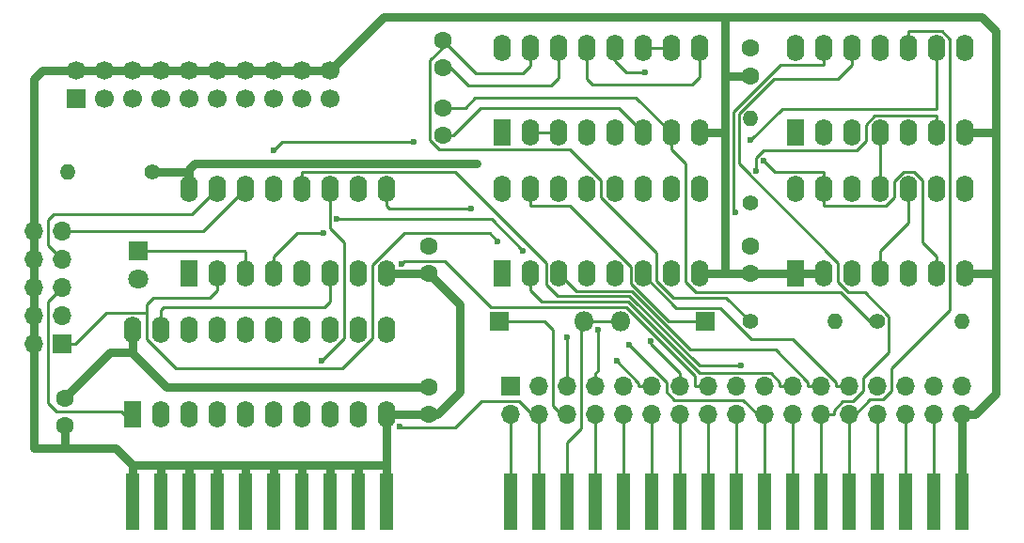
<source format=gbl>
G04 #@! TF.FileFunction,Copper,L2,Bot,Signal*
%FSLAX46Y46*%
G04 Gerber Fmt 4.6, Leading zero omitted, Abs format (unit mm)*
G04 Created by KiCad (PCBNEW 4.0.7) date Mon Dec  3 14:16:20 2018*
%MOMM*%
%LPD*%
G01*
G04 APERTURE LIST*
%ADD10C,0.100000*%
%ADD11R,1.700000X1.700000*%
%ADD12O,1.700000X1.700000*%
%ADD13R,1.270000X5.080000*%
%ADD14C,1.600000*%
%ADD15R,1.800000X1.800000*%
%ADD16O,1.800000X1.800000*%
%ADD17C,1.700000*%
%ADD18C,1.400000*%
%ADD19O,1.400000X1.400000*%
%ADD20R,1.600000X2.400000*%
%ADD21O,1.600000X2.400000*%
%ADD22C,1.800000*%
%ADD23C,0.600000*%
%ADD24C,0.250000*%
%ADD25C,0.750000*%
G04 APERTURE END LIST*
D10*
D11*
X30480000Y-55626000D03*
D12*
X27940000Y-55626000D03*
X30480000Y-53086000D03*
X27940000Y-53086000D03*
X30480000Y-50546000D03*
X27940000Y-50546000D03*
X30480000Y-48006000D03*
X27940000Y-48006000D03*
X30480000Y-45466000D03*
X27940000Y-45466000D03*
D11*
X70866005Y-59435989D03*
D12*
X70866005Y-61975989D03*
X73406005Y-59435989D03*
X73406005Y-61975989D03*
X75946005Y-59435989D03*
X75946005Y-61975989D03*
X78486005Y-59435989D03*
X78486005Y-61975989D03*
X81026005Y-59435989D03*
X81026005Y-61975989D03*
X83566005Y-59435989D03*
X83566005Y-61975989D03*
X86106005Y-59435989D03*
X86106005Y-61975989D03*
X88646005Y-59435989D03*
X88646005Y-61975989D03*
X91186005Y-59435989D03*
X91186005Y-61975989D03*
X93726005Y-59435989D03*
X93726005Y-61975989D03*
X96266005Y-59435989D03*
X96266005Y-61975989D03*
X98806005Y-59435989D03*
X98806005Y-61975989D03*
X101346005Y-59435989D03*
X101346005Y-61975989D03*
X103886005Y-59435989D03*
X103886005Y-61975989D03*
X106426005Y-59435989D03*
X106426005Y-61975989D03*
X108966005Y-59435989D03*
X108966005Y-61975989D03*
X111506005Y-59435989D03*
X111506005Y-61975989D03*
D13*
X70866000Y-69850000D03*
X73406000Y-69850000D03*
X75946000Y-69850000D03*
X78486000Y-69850000D03*
X81026000Y-69850000D03*
X83566000Y-69850000D03*
X86106000Y-69850000D03*
X88646000Y-69850000D03*
X91186000Y-69850000D03*
X93726000Y-69850000D03*
X96266000Y-69850000D03*
X98806000Y-69850000D03*
X101346000Y-69850000D03*
X103886000Y-69850000D03*
X106426000Y-69850000D03*
X108966000Y-69850000D03*
X111506000Y-69850000D03*
X36830000Y-69850000D03*
X39370000Y-69850000D03*
X41910000Y-69850000D03*
X44450000Y-69850000D03*
X46990000Y-69850000D03*
X49530000Y-69850000D03*
X52070000Y-69850000D03*
X54610000Y-69850000D03*
X57150000Y-69850000D03*
X59690000Y-69850000D03*
D14*
X64770000Y-30734000D03*
X64770000Y-28234000D03*
X64770000Y-36830000D03*
X64770000Y-34330000D03*
X30734000Y-62992000D03*
X30734000Y-60492000D03*
X92456000Y-49276000D03*
X92456000Y-46776000D03*
X92456000Y-31456000D03*
X92456000Y-28956000D03*
X63500000Y-61976000D03*
X63500000Y-59476000D03*
X63500000Y-49276000D03*
X63500000Y-46776000D03*
D15*
X88392000Y-53594000D03*
D16*
X80772000Y-53594000D03*
D15*
X69850000Y-53594000D03*
D16*
X77470000Y-53594000D03*
D11*
X31750000Y-33528000D03*
D17*
X31750000Y-30988000D03*
X34290000Y-33528000D03*
X34290000Y-30988000D03*
X36830000Y-33528000D03*
X36830000Y-30988000D03*
X39370000Y-33528000D03*
X39370000Y-30988000D03*
X41910000Y-33528000D03*
X41910000Y-30988000D03*
X44450000Y-33528000D03*
X44450000Y-30988000D03*
X46990000Y-33528000D03*
X46990000Y-30988000D03*
X49530000Y-33528000D03*
X49530000Y-30988000D03*
X52070000Y-33528000D03*
X52070000Y-30988000D03*
X54610000Y-33528000D03*
X54610000Y-30988000D03*
D18*
X92456000Y-53594000D03*
D19*
X100076000Y-53594000D03*
D18*
X103886000Y-53594000D03*
D19*
X111506000Y-53594000D03*
D18*
X92456000Y-42926000D03*
D19*
X92456000Y-35306000D03*
D18*
X38608000Y-40132000D03*
D19*
X30988000Y-40132000D03*
D20*
X70104000Y-49276000D03*
D21*
X87884000Y-41656000D03*
X72644000Y-49276000D03*
X85344000Y-41656000D03*
X75184000Y-49276000D03*
X82804000Y-41656000D03*
X77724000Y-49276000D03*
X80264000Y-41656000D03*
X80264000Y-49276000D03*
X77724000Y-41656000D03*
X82804000Y-49276000D03*
X75184000Y-41656000D03*
X85344000Y-49276000D03*
X72644000Y-41656000D03*
X87884000Y-49276000D03*
X70104000Y-41656000D03*
D20*
X96520000Y-49276000D03*
D21*
X111760000Y-41656000D03*
X99060000Y-49276000D03*
X109220000Y-41656000D03*
X101600000Y-49276000D03*
X106680000Y-41656000D03*
X104140000Y-49276000D03*
X104140000Y-41656000D03*
X106680000Y-49276000D03*
X101600000Y-41656000D03*
X109220000Y-49276000D03*
X99060000Y-41656000D03*
X111760000Y-49276000D03*
X96520000Y-41656000D03*
D20*
X70104000Y-36576000D03*
D21*
X87884000Y-28956000D03*
X72644000Y-36576000D03*
X85344000Y-28956000D03*
X75184000Y-36576000D03*
X82804000Y-28956000D03*
X77724000Y-36576000D03*
X80264000Y-28956000D03*
X80264000Y-36576000D03*
X77724000Y-28956000D03*
X82804000Y-36576000D03*
X75184000Y-28956000D03*
X85344000Y-36576000D03*
X72644000Y-28956000D03*
X87884000Y-36576000D03*
X70104000Y-28956000D03*
D20*
X96520000Y-36576000D03*
D21*
X111760000Y-28956000D03*
X99060000Y-36576000D03*
X109220000Y-28956000D03*
X101600000Y-36576000D03*
X106680000Y-28956000D03*
X104140000Y-36576000D03*
X104140000Y-28956000D03*
X106680000Y-36576000D03*
X101600000Y-28956000D03*
X109220000Y-36576000D03*
X99060000Y-28956000D03*
X111760000Y-36576000D03*
X96520000Y-28956000D03*
D20*
X41910000Y-49276000D03*
D21*
X59690000Y-41656000D03*
X44450000Y-49276000D03*
X57150000Y-41656000D03*
X46990000Y-49276000D03*
X54610000Y-41656000D03*
X49530000Y-49276000D03*
X52070000Y-41656000D03*
X52070000Y-49276000D03*
X49530000Y-41656000D03*
X54610000Y-49276000D03*
X46990000Y-41656000D03*
X57150000Y-49276000D03*
X44450000Y-41656000D03*
X59690000Y-49276000D03*
X41910000Y-41656000D03*
D20*
X36830000Y-61976000D03*
D21*
X59690000Y-54356000D03*
X39370000Y-61976000D03*
X57150000Y-54356000D03*
X41910000Y-61976000D03*
X54610000Y-54356000D03*
X44450000Y-61976000D03*
X52070000Y-54356000D03*
X46990000Y-61976000D03*
X49530000Y-54356000D03*
X49530000Y-61976000D03*
X46990000Y-54356000D03*
X52070000Y-61976000D03*
X44450000Y-54356000D03*
X54610000Y-61976000D03*
X41910000Y-54356000D03*
X57150000Y-61976000D03*
X39370000Y-54356000D03*
X59690000Y-61976000D03*
X36830000Y-54356000D03*
D15*
X37338000Y-47244000D03*
D22*
X37338000Y-49784000D03*
D23*
X67818000Y-39370000D03*
X91076200Y-43772900D03*
X69698600Y-46338500D03*
X53848000Y-57150000D03*
X60884100Y-63037300D03*
X75935300Y-54986000D03*
X78715800Y-54357100D03*
X49530000Y-38163500D03*
X80420400Y-57159200D03*
X62172400Y-37401200D03*
X83465900Y-55378200D03*
X71978000Y-47218700D03*
X55245000Y-44384900D03*
X54006700Y-45605600D03*
X61043500Y-48382200D03*
X91584500Y-57594800D03*
X81560100Y-55726900D03*
X93611800Y-39108200D03*
X92456000Y-37274500D03*
X82994500Y-31178500D03*
X92986400Y-40034100D03*
X67314800Y-43424100D03*
D24*
X75184000Y-31623000D02*
X75184000Y-28956000D01*
X74517200Y-32289800D02*
X75184000Y-31623000D01*
X67024200Y-32289800D02*
X74517200Y-32289800D01*
X65468500Y-30734000D02*
X67024200Y-32289800D01*
X64770000Y-30734000D02*
X65468500Y-30734000D01*
X64770000Y-28257500D02*
X65070900Y-28558400D01*
X64770000Y-28234000D02*
X64770000Y-28257500D01*
X72644000Y-30543500D02*
X72644000Y-28956000D01*
X71945500Y-31242000D02*
X72644000Y-30543500D01*
X67754500Y-31242000D02*
X71945500Y-31242000D01*
X65070900Y-28558400D02*
X67754500Y-31242000D01*
X63595700Y-30033600D02*
X65070900Y-28558400D01*
X63595700Y-37250700D02*
X63595700Y-30033600D01*
X64446400Y-38101400D02*
X63595700Y-37250700D01*
X76200800Y-38101400D02*
X64446400Y-38101400D01*
X78994000Y-40894600D02*
X76200800Y-38101400D01*
X78994000Y-42380500D02*
X78994000Y-40894600D01*
X84004200Y-47390700D02*
X78994000Y-42380500D01*
X84004200Y-49931300D02*
X84004200Y-47390700D01*
X85503300Y-51430400D02*
X84004200Y-49931300D01*
X90292400Y-51430400D02*
X85503300Y-51430400D01*
X92456000Y-53594000D02*
X90292400Y-51430400D01*
X80581500Y-34353500D02*
X82804000Y-36576000D01*
X68199000Y-34353500D02*
X80581500Y-34353500D01*
X65722500Y-36830000D02*
X68199000Y-34353500D01*
X64770000Y-36830000D02*
X65722500Y-36830000D01*
X82169000Y-33401000D02*
X85344000Y-36576000D01*
X67691000Y-33401000D02*
X82169000Y-33401000D01*
X66762000Y-34330000D02*
X67691000Y-33401000D01*
X64770000Y-34330000D02*
X66762000Y-34330000D01*
X85344000Y-36576000D02*
X85344000Y-38101300D01*
X103234700Y-53594000D02*
X103886000Y-53594000D01*
X100620800Y-50980100D02*
X103234700Y-53594000D01*
X87578300Y-50980100D02*
X100620800Y-50980100D01*
X86614000Y-50015800D02*
X87578300Y-50980100D01*
X86614000Y-39371300D02*
X86614000Y-50015800D01*
X85344000Y-38101300D02*
X86614000Y-39371300D01*
D25*
X111760000Y-36576000D02*
X114554000Y-36576000D01*
X111760000Y-49276000D02*
X114554000Y-49276000D01*
X66294000Y-52070000D02*
X63500000Y-49276000D01*
X66294000Y-59944000D02*
X66294000Y-52070000D01*
X64262000Y-61976000D02*
X66294000Y-59944000D01*
X63500000Y-61976000D02*
X64262000Y-61976000D01*
X59690000Y-49276000D02*
X63500000Y-49276000D01*
X27940000Y-31750000D02*
X27940000Y-45466000D01*
X28702000Y-30988000D02*
X27940000Y-31750000D01*
X31750000Y-30988000D02*
X28702000Y-30988000D01*
X27940000Y-48006000D02*
X27940000Y-45466000D01*
X27940000Y-50546000D02*
X27940000Y-48006000D01*
X27940000Y-53086000D02*
X27940000Y-50546000D01*
X27940000Y-55626000D02*
X27940000Y-53086000D01*
X27940000Y-65024000D02*
X30734000Y-65024000D01*
X27940000Y-55626000D02*
X27940000Y-65024000D01*
X59690000Y-61976000D02*
X63500000Y-61976000D01*
X59436000Y-26162000D02*
X54610000Y-30988000D01*
X90170000Y-26162000D02*
X59436000Y-26162000D01*
X92416000Y-31496000D02*
X92456000Y-31456000D01*
X90170000Y-31496000D02*
X92416000Y-31496000D01*
X90170000Y-36576000D02*
X87884000Y-36576000D01*
X90170000Y-49276000D02*
X92456000Y-49276000D01*
X87884000Y-49276000D02*
X90170000Y-49276000D01*
X111506000Y-69850000D02*
X111506000Y-61976000D01*
X57150000Y-66548000D02*
X59690000Y-66548000D01*
X57150000Y-66548000D02*
X57150000Y-69850000D01*
X54610000Y-66548000D02*
X57150000Y-66548000D01*
X52070000Y-66548000D02*
X52070000Y-69850000D01*
X49530000Y-66548000D02*
X52070000Y-66548000D01*
X49530000Y-66548000D02*
X49530000Y-69850000D01*
X46978000Y-66548000D02*
X49530000Y-66548000D01*
X44450000Y-66548000D02*
X44450000Y-69850000D01*
X41898000Y-66548000D02*
X44450000Y-66548000D01*
X36830000Y-66560000D02*
X39370000Y-66560000D01*
X39370000Y-69850000D02*
X39370000Y-66560000D01*
X30734000Y-65024000D02*
X30734000Y-62992000D01*
X36830000Y-69850000D02*
X36830000Y-66560000D01*
X35294000Y-65024000D02*
X30734000Y-65024000D01*
X36830000Y-66560000D02*
X35294000Y-65024000D01*
X40537000Y-66548000D02*
X41898000Y-66548000D01*
X40525000Y-66560000D02*
X40537000Y-66548000D01*
X39370000Y-66560000D02*
X40525000Y-66560000D01*
X41910000Y-66560000D02*
X41910000Y-69850000D01*
X41898000Y-66548000D02*
X41910000Y-66560000D01*
X44450000Y-66548000D02*
X46978000Y-66548000D01*
X46990000Y-66560000D02*
X46990000Y-69850000D01*
X46978000Y-66548000D02*
X46990000Y-66560000D01*
X52070000Y-66548000D02*
X54610000Y-66548000D01*
X54610000Y-66548000D02*
X54610000Y-69850000D01*
X59690000Y-61976000D02*
X59690000Y-66548000D01*
X59690000Y-66548000D02*
X59690000Y-69850000D01*
X90170000Y-49276000D02*
X90170000Y-36576000D01*
X90170000Y-36576000D02*
X90170000Y-31496000D01*
X90170000Y-31496000D02*
X90170000Y-26162000D01*
X112708000Y-61976000D02*
X111506000Y-61976000D01*
X114554000Y-60130100D02*
X112708000Y-61976000D01*
X114554000Y-49276000D02*
X114554000Y-60130100D01*
X114554000Y-27432000D02*
X114554000Y-36576000D01*
X113284000Y-26162000D02*
X114554000Y-27432000D01*
X90170000Y-26162000D02*
X113284000Y-26162000D01*
X114554000Y-36576000D02*
X114554000Y-49276000D01*
X54610000Y-30988000D02*
X52070000Y-30988000D01*
X92456000Y-49276000D02*
X96520000Y-49276000D01*
X96520000Y-49276000D02*
X99060000Y-49276000D01*
X52070000Y-30988000D02*
X49530000Y-30988000D01*
X49530000Y-30988000D02*
X46990000Y-30988000D01*
X46990000Y-30988000D02*
X44450000Y-30988000D01*
X44450000Y-30988000D02*
X41910000Y-30988000D01*
X41910000Y-30988000D02*
X39370000Y-30988000D01*
X39370000Y-30988000D02*
X36830000Y-30988000D01*
X36830000Y-30988000D02*
X34290000Y-30988000D01*
X34290000Y-30988000D02*
X31750000Y-30988000D01*
X36830000Y-56388000D02*
X34798000Y-56388000D01*
X34798000Y-56388000D02*
X34734500Y-56451500D01*
X36830000Y-54356000D02*
X36830000Y-56388000D01*
X36830000Y-56388000D02*
X36830000Y-56451500D01*
X43307000Y-59499500D02*
X43307000Y-59476000D01*
X39878000Y-59499500D02*
X43307000Y-59499500D01*
X36830000Y-56451500D02*
X39878000Y-59499500D01*
X41442000Y-59476000D02*
X43307000Y-59476000D01*
X43307000Y-59476000D02*
X63500000Y-59476000D01*
X36830000Y-54356000D02*
X36830000Y-54864000D01*
X30734000Y-60452000D02*
X34734500Y-56451500D01*
X30734000Y-60492000D02*
X30734000Y-60452000D01*
X42418000Y-39370000D02*
X67818000Y-39370000D01*
X41910000Y-39878000D02*
X42418000Y-39370000D01*
X38608000Y-40132000D02*
X41910000Y-40132000D01*
X41910000Y-40132000D02*
X41910000Y-39878000D01*
X41910000Y-41656000D02*
X41910000Y-40132000D01*
X41910000Y-40132000D02*
X41910000Y-39878000D01*
D24*
X72644000Y-41656000D02*
X72644000Y-43181300D01*
X88392000Y-53594000D02*
X87166700Y-53594000D01*
X76232400Y-43181300D02*
X72644000Y-43181300D01*
X81678100Y-48627000D02*
X76232400Y-43181300D01*
X81678100Y-50155100D02*
X81678100Y-48627000D01*
X85117000Y-53594000D02*
X81678100Y-50155100D01*
X87166700Y-53594000D02*
X85117000Y-53594000D01*
X75946000Y-64516000D02*
X75946000Y-69850000D01*
X77216000Y-63246000D02*
X75946000Y-64516000D01*
X77216000Y-53848000D02*
X77216000Y-63246000D01*
X77470000Y-53594000D02*
X77216000Y-53848000D01*
X77470000Y-53594000D02*
X80772000Y-53594000D01*
X73914000Y-53594000D02*
X69850000Y-53594000D01*
X74676000Y-54356000D02*
X73914000Y-53594000D01*
X74676000Y-61214000D02*
X74676000Y-54356000D01*
X75438000Y-61976000D02*
X74676000Y-61214000D01*
X75946000Y-61976000D02*
X75438000Y-61976000D01*
X46990000Y-47307500D02*
X46990000Y-49276000D01*
X46926500Y-47244000D02*
X46990000Y-47307500D01*
X37338000Y-47244000D02*
X46926500Y-47244000D01*
X36449000Y-52825800D02*
X38100000Y-52825800D01*
X38100000Y-52825800D02*
X38100000Y-52832000D01*
X38100000Y-53911500D02*
X38100000Y-52832000D01*
X38100000Y-52832000D02*
X38100000Y-52055300D01*
X38100000Y-52055300D02*
X38100000Y-52070000D01*
X38100000Y-52070000D02*
X38100000Y-52055300D01*
X40640000Y-51441500D02*
X38713800Y-51441500D01*
X44450000Y-49276000D02*
X44450000Y-50801300D01*
X43809800Y-51441500D02*
X44450000Y-50801300D01*
X40640000Y-51441500D02*
X43809800Y-51441500D01*
X38713800Y-51441500D02*
X38100000Y-52055300D01*
X34455500Y-52825800D02*
X31655300Y-55626000D01*
X37329500Y-52825800D02*
X36449000Y-52825800D01*
X36449000Y-52825800D02*
X34455500Y-52825800D01*
X30480000Y-55626000D02*
X31655300Y-55626000D01*
X38100000Y-55143500D02*
X38100000Y-53911500D01*
X38100000Y-53911500D02*
X38100000Y-53596300D01*
X40756300Y-57799800D02*
X38100000Y-55143500D01*
X55710200Y-57799800D02*
X40756300Y-57799800D01*
X58420000Y-55090000D02*
X55710200Y-57799800D01*
X58420000Y-48505900D02*
X58420000Y-55090000D01*
X61293300Y-45632600D02*
X58420000Y-48505900D01*
X68992700Y-45632600D02*
X61293300Y-45632600D01*
X69698600Y-46338500D02*
X68992700Y-45632600D01*
X90958500Y-43655200D02*
X91076200Y-43772900D01*
X90958500Y-34693000D02*
X90958500Y-43655200D01*
X95170200Y-30481300D02*
X90958500Y-34693000D01*
X99060000Y-30481300D02*
X95170200Y-30481300D01*
X99060000Y-28956000D02*
X99060000Y-30481300D01*
X39370000Y-54356000D02*
X39370000Y-52578000D01*
X54610000Y-51816000D02*
X54610000Y-49276000D01*
X54102000Y-52324000D02*
X54610000Y-51816000D01*
X39624000Y-52324000D02*
X54102000Y-52324000D01*
X39370000Y-52578000D02*
X39624000Y-52324000D01*
X55880000Y-55118000D02*
X53848000Y-57150000D01*
X55880000Y-46482000D02*
X55880000Y-55118000D01*
X54610000Y-45212000D02*
X55880000Y-46482000D01*
X54610000Y-41656000D02*
X54610000Y-45212000D01*
X36068000Y-61976000D02*
X36830000Y-61976000D01*
X35814000Y-61722000D02*
X36068000Y-61976000D01*
X29972000Y-61722000D02*
X35814000Y-61722000D01*
X29210000Y-60960000D02*
X29972000Y-61722000D01*
X29210000Y-51816000D02*
X29210000Y-60960000D01*
X30480000Y-50546000D02*
X29210000Y-51816000D01*
X42164000Y-43942000D02*
X44450000Y-41656000D01*
X29718000Y-43942000D02*
X42164000Y-43942000D01*
X29210000Y-44450000D02*
X29718000Y-43942000D01*
X29210000Y-46736000D02*
X29210000Y-44450000D01*
X30480000Y-48006000D02*
X29210000Y-46736000D01*
X43180000Y-45466000D02*
X46990000Y-41656000D01*
X30480000Y-45466000D02*
X43180000Y-45466000D01*
X70866000Y-69850000D02*
X70866000Y-61976000D01*
X60959400Y-63112600D02*
X60884100Y-63037300D01*
X65883300Y-63112600D02*
X60959400Y-63112600D01*
X68210900Y-60785000D02*
X65883300Y-63112600D01*
X71616900Y-60785000D02*
X68210900Y-60785000D01*
X73406000Y-62574100D02*
X71616900Y-60785000D01*
X73406000Y-69850000D02*
X73406000Y-62574100D01*
X73406000Y-62574100D02*
X73406000Y-61976000D01*
X75935300Y-58250000D02*
X75935300Y-54986000D01*
X75946000Y-58260700D02*
X75935300Y-58250000D01*
X75946000Y-59436000D02*
X75946000Y-58260700D01*
X78486000Y-59436000D02*
X78486000Y-58260700D01*
X78715800Y-58030900D02*
X78715800Y-54357100D01*
X78486000Y-58260700D02*
X78715800Y-58030900D01*
X78486000Y-69850000D02*
X78486000Y-61976000D01*
X81026000Y-69850000D02*
X81026000Y-61976000D01*
X50927000Y-37401200D02*
X50292300Y-37401200D01*
X50292300Y-37401200D02*
X49530000Y-38163500D01*
X50927000Y-37401200D02*
X62172400Y-37401200D01*
X83566000Y-59436000D02*
X82390700Y-59436000D01*
X82390700Y-59129500D02*
X80420400Y-57159200D01*
X82390700Y-59436000D02*
X82390700Y-59129500D01*
X83566000Y-69850000D02*
X83566000Y-61976000D01*
X49530000Y-49276000D02*
X49530000Y-47750700D01*
X86106000Y-59436000D02*
X86106000Y-58260700D01*
X69144200Y-44384900D02*
X71978000Y-47218700D01*
X55245000Y-44384900D02*
X69144200Y-44384900D01*
X51675100Y-45605600D02*
X54006700Y-45605600D01*
X49530000Y-47750700D02*
X51675100Y-45605600D01*
X83465900Y-55620600D02*
X83465900Y-55378200D01*
X86106000Y-58260700D02*
X83465900Y-55620600D01*
X86106000Y-69850000D02*
X86106000Y-61976000D01*
X61043500Y-48382200D02*
X61304800Y-48120900D01*
X61304800Y-48120900D02*
X64931800Y-48120900D01*
X64931800Y-48120900D02*
X69099200Y-52288300D01*
X69099200Y-52288300D02*
X81260400Y-52288300D01*
X81260400Y-52288300D02*
X87470700Y-58498600D01*
X87470700Y-58498600D02*
X87470700Y-59436000D01*
X88646000Y-59436000D02*
X87470700Y-59436000D01*
X88646000Y-69850000D02*
X88646000Y-61976000D01*
X52070000Y-41656000D02*
X52070000Y-40130700D01*
X65876600Y-40130700D02*
X52070000Y-40130700D01*
X74058600Y-48312700D02*
X65876600Y-40130700D01*
X74058600Y-50254900D02*
X74058600Y-48312700D01*
X75123300Y-51319600D02*
X74058600Y-50254900D01*
X81568800Y-51319600D02*
X75123300Y-51319600D01*
X87844000Y-57594800D02*
X81568800Y-51319600D01*
X91584500Y-57594800D02*
X87844000Y-57594800D01*
X91186000Y-69850000D02*
X91186000Y-61976000D01*
X93726000Y-69850000D02*
X93726000Y-62574100D01*
X93726000Y-62574100D02*
X93726000Y-61976000D01*
X84930600Y-59097400D02*
X81560100Y-55726900D01*
X84930600Y-59947400D02*
X84930600Y-59097400D01*
X85634300Y-60651100D02*
X84930600Y-59947400D01*
X91803000Y-60651100D02*
X85634300Y-60651100D01*
X93726000Y-62574100D02*
X91803000Y-60651100D01*
X73680600Y-51837900D02*
X72644000Y-50801300D01*
X81450200Y-51837900D02*
X73680600Y-51837900D01*
X87873000Y-58260700D02*
X81450200Y-51837900D01*
X94282800Y-58260700D02*
X87873000Y-58260700D01*
X95090700Y-59068600D02*
X94282800Y-58260700D01*
X95090700Y-59436000D02*
X95090700Y-59068600D01*
X96266000Y-59436000D02*
X95090700Y-59436000D01*
X72644000Y-49276000D02*
X72644000Y-50801300D01*
X96266000Y-69850000D02*
X96266000Y-61976000D01*
X76777200Y-50869200D02*
X75184000Y-49276000D01*
X81755300Y-50869200D02*
X76777200Y-50869200D01*
X87027300Y-56141200D02*
X81755300Y-50869200D01*
X94703200Y-56141200D02*
X87027300Y-56141200D01*
X97630700Y-59068700D02*
X94703200Y-56141200D01*
X97630700Y-59436000D02*
X97630700Y-59068700D01*
X98806000Y-59436000D02*
X97630700Y-59436000D01*
X98806000Y-69850000D02*
X98806000Y-61976000D01*
X98806000Y-61976000D02*
X99981300Y-61976000D01*
X101600000Y-28956000D02*
X101600000Y-30481300D01*
X100328700Y-31752600D02*
X101600000Y-30481300D01*
X94535800Y-31752600D02*
X100328700Y-31752600D01*
X91408900Y-34879500D02*
X94535800Y-31752600D01*
X91408900Y-39369800D02*
X91408900Y-34879500D01*
X100330000Y-48290900D02*
X91408900Y-39369800D01*
X100330000Y-50052400D02*
X100330000Y-48290900D01*
X101257700Y-50980100D02*
X100330000Y-50052400D01*
X102744700Y-50980100D02*
X101257700Y-50980100D01*
X104936600Y-53172000D02*
X102744700Y-50980100D01*
X104936600Y-56344500D02*
X104936600Y-53172000D01*
X102616000Y-58665100D02*
X104936600Y-56344500D01*
X102616000Y-59861900D02*
X102616000Y-58665100D01*
X101677200Y-60800700D02*
X102616000Y-59861900D01*
X100789200Y-60800700D02*
X101677200Y-60800700D01*
X99981300Y-61608600D02*
X100789200Y-60800700D01*
X99981300Y-61976000D02*
X99981300Y-61608600D01*
X100170700Y-59068700D02*
X100170700Y-59436000D01*
X96261100Y-55159100D02*
X100170700Y-59068700D01*
X92510300Y-55159100D02*
X96261100Y-55159100D01*
X89719800Y-52368600D02*
X92510300Y-55159100D01*
X85800900Y-52368600D02*
X89719800Y-52368600D01*
X82804000Y-49371700D02*
X85800900Y-52368600D01*
X82804000Y-49276000D02*
X82804000Y-49371700D01*
X101346000Y-59436000D02*
X100170700Y-59436000D01*
X101346000Y-69850000D02*
X101346000Y-62508400D01*
X101346000Y-62508400D02*
X101346000Y-61976000D01*
X106680000Y-28956000D02*
X106680000Y-27430700D01*
X109689100Y-27430700D02*
X106680000Y-27430700D01*
X110401200Y-28142800D02*
X109689100Y-27430700D01*
X110401200Y-52580800D02*
X110401200Y-28142800D01*
X105156000Y-57826000D02*
X110401200Y-52580800D01*
X105156000Y-59867000D02*
X105156000Y-57826000D01*
X104411600Y-60611400D02*
X105156000Y-59867000D01*
X103243000Y-60611400D02*
X104411600Y-60611400D01*
X101346000Y-62508400D02*
X103243000Y-60611400D01*
X103886000Y-69850000D02*
X103886000Y-61976000D01*
X106426000Y-69850000D02*
X106426000Y-61976000D01*
X108966000Y-69850000D02*
X108966000Y-61976000D01*
X82804000Y-28956000D02*
X85344000Y-28956000D01*
X72644000Y-36576000D02*
X75184000Y-36576000D01*
X106680000Y-44704000D02*
X106680000Y-41656000D01*
X104140000Y-47244000D02*
X106680000Y-44704000D01*
X104140000Y-49276000D02*
X104140000Y-47244000D01*
X104140000Y-41656000D02*
X104140000Y-36576000D01*
X94634300Y-40130700D02*
X93611800Y-39108200D01*
X99060000Y-40130700D02*
X94634300Y-40130700D01*
X99060000Y-41222500D02*
X99060000Y-40130700D01*
X99060000Y-41222500D02*
X99060000Y-41656000D01*
X107950000Y-46480700D02*
X109220000Y-47750700D01*
X107950000Y-40855000D02*
X107950000Y-46480700D01*
X107198300Y-40103300D02*
X107950000Y-40855000D01*
X106241000Y-40103300D02*
X107198300Y-40103300D01*
X105410000Y-40934300D02*
X106241000Y-40103300D01*
X105410000Y-42432100D02*
X105410000Y-40934300D01*
X104660800Y-43181300D02*
X105410000Y-42432100D01*
X99060000Y-43181300D02*
X104660800Y-43181300D01*
X99060000Y-41656000D02*
X99060000Y-43181300D01*
X109220000Y-49276000D02*
X109220000Y-47750700D01*
X87884000Y-31559500D02*
X87884000Y-29273500D01*
X87185500Y-32258000D02*
X87884000Y-31559500D01*
X78232000Y-32258000D02*
X87185500Y-32258000D01*
X77724000Y-31750000D02*
X78232000Y-32258000D01*
X77724000Y-28956000D02*
X77724000Y-31750000D01*
X87884000Y-28956000D02*
X87884000Y-29273500D01*
X87884000Y-29273500D02*
X87884000Y-28956000D01*
X109220000Y-34417000D02*
X109220000Y-28956000D01*
X95313500Y-34417000D02*
X109220000Y-34417000D01*
X92456000Y-37274500D02*
X95313500Y-34417000D01*
X81280000Y-31178500D02*
X82994500Y-31178500D01*
X80264000Y-30162500D02*
X81280000Y-31178500D01*
X80264000Y-28956000D02*
X80264000Y-30162500D01*
X59932800Y-43424100D02*
X59690000Y-43181300D01*
X67314800Y-43424100D02*
X59932800Y-43424100D01*
X59690000Y-41656000D02*
X59690000Y-43181300D01*
X109220000Y-36576000D02*
X109220000Y-35050700D01*
X92986400Y-38845600D02*
X92986400Y-40034100D01*
X93649000Y-38183000D02*
X92986400Y-38845600D01*
X101989400Y-38183000D02*
X93649000Y-38183000D01*
X102870000Y-37302400D02*
X101989400Y-38183000D01*
X102870000Y-35853600D02*
X102870000Y-37302400D01*
X103672900Y-35050700D02*
X102870000Y-35853600D01*
X109220000Y-35050700D02*
X103672900Y-35050700D01*
M02*

</source>
